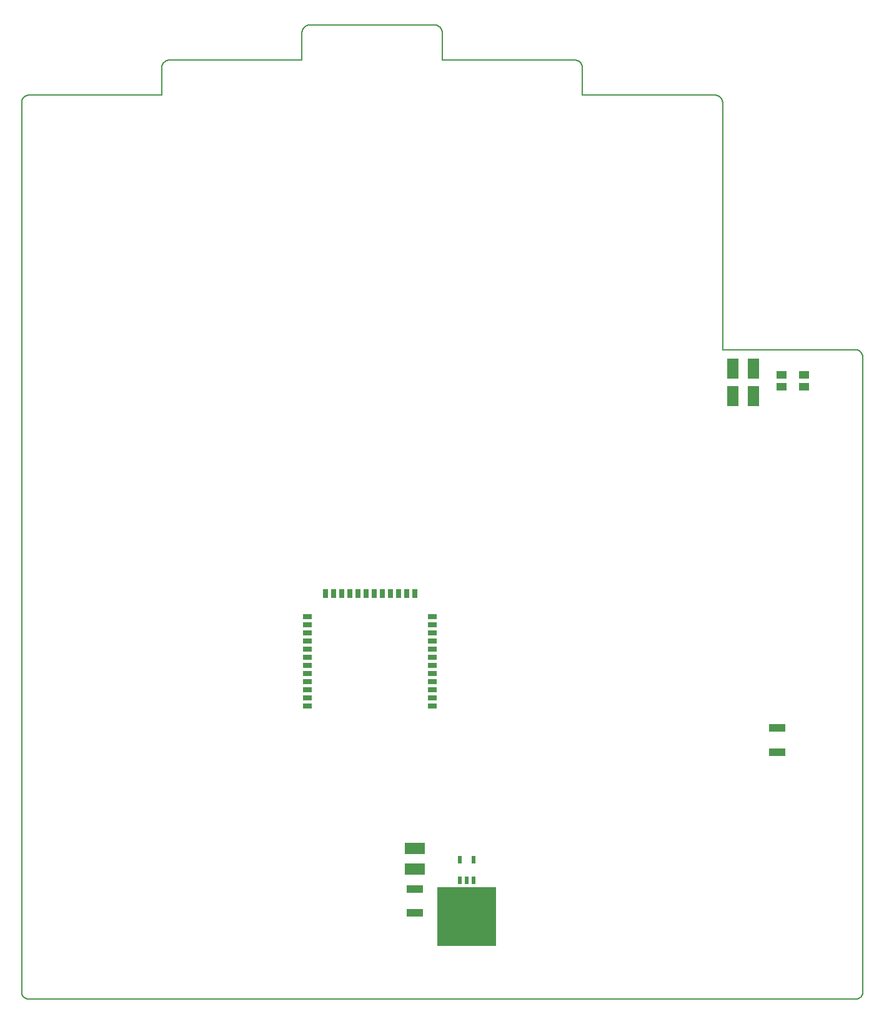
<source format=gbp>
G75*
%MOIN*%
%OFA0B0*%
%FSLAX25Y25*%
%IPPOS*%
%LPD*%
%AMOC8*
5,1,8,0,0,1.08239X$1,22.5*
%
%ADD10C,0.00591*%
%ADD11R,0.02500X0.05000*%
%ADD12R,0.05000X0.02500*%
%ADD13R,0.05512X0.04331*%
%ADD14R,0.02362X0.04331*%
%ADD15R,0.31496X0.31496*%
%ADD16R,0.10630X0.06299*%
%ADD17R,0.06299X0.10630*%
%ADD18R,0.09055X0.04331*%
D10*
X0089883Y0072166D02*
X0089883Y0546576D01*
X0089885Y0546700D01*
X0089891Y0546823D01*
X0089900Y0546947D01*
X0089914Y0547069D01*
X0089931Y0547192D01*
X0089953Y0547314D01*
X0089978Y0547435D01*
X0090007Y0547555D01*
X0090039Y0547674D01*
X0090076Y0547793D01*
X0090116Y0547910D01*
X0090159Y0548025D01*
X0090207Y0548140D01*
X0090258Y0548252D01*
X0090312Y0548363D01*
X0090370Y0548473D01*
X0090431Y0548580D01*
X0090496Y0548686D01*
X0090564Y0548789D01*
X0090635Y0548890D01*
X0090709Y0548989D01*
X0090786Y0549086D01*
X0090867Y0549180D01*
X0090950Y0549271D01*
X0091036Y0549360D01*
X0091125Y0549446D01*
X0091216Y0549529D01*
X0091310Y0549610D01*
X0091407Y0549687D01*
X0091506Y0549761D01*
X0091607Y0549832D01*
X0091710Y0549900D01*
X0091816Y0549965D01*
X0091923Y0550026D01*
X0092033Y0550084D01*
X0092144Y0550138D01*
X0092256Y0550189D01*
X0092371Y0550237D01*
X0092486Y0550280D01*
X0092603Y0550320D01*
X0092722Y0550357D01*
X0092841Y0550389D01*
X0092961Y0550418D01*
X0093082Y0550443D01*
X0093204Y0550465D01*
X0093327Y0550482D01*
X0093449Y0550496D01*
X0093573Y0550505D01*
X0093696Y0550511D01*
X0093820Y0550513D01*
X0164686Y0550513D01*
X0164686Y0565276D01*
X0164688Y0565400D01*
X0164694Y0565523D01*
X0164703Y0565647D01*
X0164717Y0565769D01*
X0164734Y0565892D01*
X0164756Y0566014D01*
X0164781Y0566135D01*
X0164810Y0566255D01*
X0164842Y0566374D01*
X0164879Y0566493D01*
X0164919Y0566610D01*
X0164962Y0566725D01*
X0165010Y0566840D01*
X0165061Y0566952D01*
X0165115Y0567063D01*
X0165173Y0567173D01*
X0165234Y0567280D01*
X0165299Y0567386D01*
X0165367Y0567489D01*
X0165438Y0567590D01*
X0165512Y0567689D01*
X0165589Y0567786D01*
X0165670Y0567880D01*
X0165753Y0567971D01*
X0165839Y0568060D01*
X0165928Y0568146D01*
X0166019Y0568229D01*
X0166113Y0568310D01*
X0166210Y0568387D01*
X0166309Y0568461D01*
X0166410Y0568532D01*
X0166513Y0568600D01*
X0166619Y0568665D01*
X0166726Y0568726D01*
X0166836Y0568784D01*
X0166947Y0568838D01*
X0167059Y0568889D01*
X0167174Y0568937D01*
X0167289Y0568980D01*
X0167406Y0569020D01*
X0167525Y0569057D01*
X0167644Y0569089D01*
X0167764Y0569118D01*
X0167885Y0569143D01*
X0168007Y0569165D01*
X0168130Y0569182D01*
X0168252Y0569196D01*
X0168376Y0569205D01*
X0168499Y0569211D01*
X0168623Y0569213D01*
X0239489Y0569213D01*
X0239489Y0583977D01*
X0239491Y0584101D01*
X0239497Y0584224D01*
X0239506Y0584348D01*
X0239520Y0584470D01*
X0239537Y0584593D01*
X0239559Y0584715D01*
X0239584Y0584836D01*
X0239613Y0584956D01*
X0239645Y0585075D01*
X0239682Y0585194D01*
X0239722Y0585311D01*
X0239765Y0585426D01*
X0239813Y0585541D01*
X0239864Y0585653D01*
X0239918Y0585764D01*
X0239976Y0585874D01*
X0240037Y0585981D01*
X0240102Y0586087D01*
X0240170Y0586190D01*
X0240241Y0586291D01*
X0240315Y0586390D01*
X0240392Y0586487D01*
X0240473Y0586581D01*
X0240556Y0586672D01*
X0240642Y0586761D01*
X0240731Y0586847D01*
X0240822Y0586930D01*
X0240916Y0587011D01*
X0241013Y0587088D01*
X0241112Y0587162D01*
X0241213Y0587233D01*
X0241316Y0587301D01*
X0241422Y0587366D01*
X0241529Y0587427D01*
X0241639Y0587485D01*
X0241750Y0587539D01*
X0241862Y0587590D01*
X0241977Y0587638D01*
X0242092Y0587681D01*
X0242209Y0587721D01*
X0242328Y0587758D01*
X0242447Y0587790D01*
X0242567Y0587819D01*
X0242688Y0587844D01*
X0242810Y0587866D01*
X0242933Y0587883D01*
X0243055Y0587897D01*
X0243179Y0587906D01*
X0243302Y0587912D01*
X0243426Y0587914D01*
X0310355Y0587914D01*
X0310479Y0587912D01*
X0310602Y0587906D01*
X0310726Y0587897D01*
X0310848Y0587883D01*
X0310971Y0587866D01*
X0311093Y0587844D01*
X0311214Y0587819D01*
X0311334Y0587790D01*
X0311453Y0587758D01*
X0311572Y0587721D01*
X0311689Y0587681D01*
X0311804Y0587638D01*
X0311919Y0587590D01*
X0312031Y0587539D01*
X0312142Y0587485D01*
X0312252Y0587427D01*
X0312359Y0587366D01*
X0312465Y0587301D01*
X0312568Y0587233D01*
X0312669Y0587162D01*
X0312768Y0587088D01*
X0312865Y0587011D01*
X0312959Y0586930D01*
X0313050Y0586847D01*
X0313139Y0586761D01*
X0313225Y0586672D01*
X0313308Y0586581D01*
X0313389Y0586487D01*
X0313466Y0586390D01*
X0313540Y0586291D01*
X0313611Y0586190D01*
X0313679Y0586087D01*
X0313744Y0585981D01*
X0313805Y0585874D01*
X0313863Y0585764D01*
X0313917Y0585653D01*
X0313968Y0585541D01*
X0314016Y0585426D01*
X0314059Y0585311D01*
X0314099Y0585194D01*
X0314136Y0585075D01*
X0314168Y0584956D01*
X0314197Y0584836D01*
X0314222Y0584715D01*
X0314244Y0584593D01*
X0314261Y0584470D01*
X0314275Y0584348D01*
X0314284Y0584224D01*
X0314290Y0584101D01*
X0314292Y0583977D01*
X0314292Y0569213D01*
X0385158Y0569213D01*
X0385282Y0569211D01*
X0385405Y0569205D01*
X0385529Y0569196D01*
X0385651Y0569182D01*
X0385774Y0569165D01*
X0385896Y0569143D01*
X0386017Y0569118D01*
X0386137Y0569089D01*
X0386256Y0569057D01*
X0386375Y0569020D01*
X0386492Y0568980D01*
X0386607Y0568937D01*
X0386722Y0568889D01*
X0386834Y0568838D01*
X0386945Y0568784D01*
X0387055Y0568726D01*
X0387162Y0568665D01*
X0387268Y0568600D01*
X0387371Y0568532D01*
X0387472Y0568461D01*
X0387571Y0568387D01*
X0387668Y0568310D01*
X0387762Y0568229D01*
X0387853Y0568146D01*
X0387942Y0568060D01*
X0388028Y0567971D01*
X0388111Y0567880D01*
X0388192Y0567786D01*
X0388269Y0567689D01*
X0388343Y0567590D01*
X0388414Y0567489D01*
X0388482Y0567386D01*
X0388547Y0567280D01*
X0388608Y0567173D01*
X0388666Y0567063D01*
X0388720Y0566952D01*
X0388771Y0566840D01*
X0388819Y0566725D01*
X0388862Y0566610D01*
X0388902Y0566493D01*
X0388939Y0566374D01*
X0388971Y0566255D01*
X0389000Y0566135D01*
X0389025Y0566014D01*
X0389047Y0565892D01*
X0389064Y0565769D01*
X0389078Y0565647D01*
X0389087Y0565523D01*
X0389093Y0565400D01*
X0389095Y0565276D01*
X0389095Y0550513D01*
X0459961Y0550513D01*
X0460085Y0550511D01*
X0460208Y0550505D01*
X0460332Y0550496D01*
X0460454Y0550482D01*
X0460577Y0550465D01*
X0460699Y0550443D01*
X0460820Y0550418D01*
X0460940Y0550389D01*
X0461059Y0550357D01*
X0461178Y0550320D01*
X0461295Y0550280D01*
X0461410Y0550237D01*
X0461525Y0550189D01*
X0461637Y0550138D01*
X0461748Y0550084D01*
X0461858Y0550026D01*
X0461965Y0549965D01*
X0462071Y0549900D01*
X0462174Y0549832D01*
X0462275Y0549761D01*
X0462374Y0549687D01*
X0462471Y0549610D01*
X0462565Y0549529D01*
X0462656Y0549446D01*
X0462745Y0549360D01*
X0462831Y0549271D01*
X0462914Y0549180D01*
X0462995Y0549086D01*
X0463072Y0548989D01*
X0463146Y0548890D01*
X0463217Y0548789D01*
X0463285Y0548686D01*
X0463350Y0548580D01*
X0463411Y0548473D01*
X0463469Y0548363D01*
X0463523Y0548252D01*
X0463574Y0548140D01*
X0463622Y0548025D01*
X0463665Y0547910D01*
X0463705Y0547793D01*
X0463742Y0547674D01*
X0463774Y0547555D01*
X0463803Y0547435D01*
X0463828Y0547314D01*
X0463850Y0547192D01*
X0463867Y0547069D01*
X0463881Y0546947D01*
X0463890Y0546823D01*
X0463896Y0546700D01*
X0463898Y0546576D01*
X0463898Y0414686D01*
X0534765Y0414686D01*
X0534889Y0414684D01*
X0535012Y0414678D01*
X0535136Y0414669D01*
X0535258Y0414655D01*
X0535381Y0414638D01*
X0535503Y0414616D01*
X0535624Y0414591D01*
X0535744Y0414562D01*
X0535863Y0414530D01*
X0535982Y0414493D01*
X0536099Y0414453D01*
X0536214Y0414410D01*
X0536329Y0414362D01*
X0536441Y0414311D01*
X0536552Y0414257D01*
X0536662Y0414199D01*
X0536769Y0414138D01*
X0536875Y0414073D01*
X0536978Y0414005D01*
X0537079Y0413934D01*
X0537178Y0413860D01*
X0537275Y0413783D01*
X0537369Y0413702D01*
X0537460Y0413619D01*
X0537549Y0413533D01*
X0537635Y0413444D01*
X0537718Y0413353D01*
X0537799Y0413259D01*
X0537876Y0413162D01*
X0537950Y0413063D01*
X0538021Y0412962D01*
X0538089Y0412859D01*
X0538154Y0412753D01*
X0538215Y0412646D01*
X0538273Y0412536D01*
X0538327Y0412425D01*
X0538378Y0412313D01*
X0538426Y0412198D01*
X0538469Y0412083D01*
X0538509Y0411966D01*
X0538546Y0411847D01*
X0538578Y0411728D01*
X0538607Y0411608D01*
X0538632Y0411487D01*
X0538654Y0411365D01*
X0538671Y0411242D01*
X0538685Y0411120D01*
X0538694Y0410996D01*
X0538700Y0410873D01*
X0538702Y0410749D01*
X0538702Y0072166D01*
X0538700Y0072042D01*
X0538694Y0071919D01*
X0538685Y0071795D01*
X0538671Y0071673D01*
X0538654Y0071550D01*
X0538632Y0071428D01*
X0538607Y0071307D01*
X0538578Y0071187D01*
X0538546Y0071068D01*
X0538509Y0070949D01*
X0538469Y0070832D01*
X0538426Y0070717D01*
X0538378Y0070602D01*
X0538327Y0070490D01*
X0538273Y0070379D01*
X0538215Y0070269D01*
X0538154Y0070162D01*
X0538089Y0070056D01*
X0538021Y0069953D01*
X0537950Y0069852D01*
X0537876Y0069753D01*
X0537799Y0069656D01*
X0537718Y0069562D01*
X0537635Y0069471D01*
X0537549Y0069382D01*
X0537460Y0069296D01*
X0537369Y0069213D01*
X0537275Y0069132D01*
X0537178Y0069055D01*
X0537079Y0068981D01*
X0536978Y0068910D01*
X0536875Y0068842D01*
X0536769Y0068777D01*
X0536662Y0068716D01*
X0536552Y0068658D01*
X0536441Y0068604D01*
X0536329Y0068553D01*
X0536214Y0068505D01*
X0536099Y0068462D01*
X0535982Y0068422D01*
X0535863Y0068385D01*
X0535744Y0068353D01*
X0535624Y0068324D01*
X0535503Y0068299D01*
X0535381Y0068277D01*
X0535258Y0068260D01*
X0535136Y0068246D01*
X0535012Y0068237D01*
X0534889Y0068231D01*
X0534765Y0068229D01*
X0093820Y0068229D01*
X0093696Y0068231D01*
X0093573Y0068237D01*
X0093449Y0068246D01*
X0093327Y0068260D01*
X0093204Y0068277D01*
X0093082Y0068299D01*
X0092961Y0068324D01*
X0092841Y0068353D01*
X0092722Y0068385D01*
X0092603Y0068422D01*
X0092486Y0068462D01*
X0092371Y0068505D01*
X0092256Y0068553D01*
X0092144Y0068604D01*
X0092033Y0068658D01*
X0091923Y0068716D01*
X0091816Y0068777D01*
X0091710Y0068842D01*
X0091607Y0068910D01*
X0091506Y0068981D01*
X0091407Y0069055D01*
X0091310Y0069132D01*
X0091216Y0069213D01*
X0091125Y0069296D01*
X0091036Y0069382D01*
X0090950Y0069471D01*
X0090867Y0069562D01*
X0090786Y0069656D01*
X0090709Y0069753D01*
X0090635Y0069852D01*
X0090564Y0069953D01*
X0090496Y0070056D01*
X0090431Y0070162D01*
X0090370Y0070269D01*
X0090312Y0070379D01*
X0090258Y0070490D01*
X0090207Y0070602D01*
X0090159Y0070717D01*
X0090116Y0070832D01*
X0090076Y0070949D01*
X0090039Y0071068D01*
X0090007Y0071187D01*
X0089978Y0071307D01*
X0089953Y0071428D01*
X0089931Y0071550D01*
X0089914Y0071673D01*
X0089900Y0071795D01*
X0089891Y0071919D01*
X0089885Y0072042D01*
X0089883Y0072166D01*
D11*
X0251891Y0284568D03*
X0256221Y0284568D03*
X0260552Y0284568D03*
X0264883Y0284568D03*
X0269213Y0284568D03*
X0273544Y0284568D03*
X0277875Y0284568D03*
X0282206Y0284568D03*
X0286536Y0284568D03*
X0290867Y0284568D03*
X0295198Y0284568D03*
X0299528Y0284568D03*
D12*
X0309174Y0272166D03*
X0309174Y0267835D03*
X0309174Y0263505D03*
X0309174Y0259174D03*
X0309174Y0254843D03*
X0309174Y0250513D03*
X0309174Y0246182D03*
X0309174Y0241851D03*
X0309174Y0237520D03*
X0309174Y0233190D03*
X0309174Y0228859D03*
X0309174Y0224528D03*
X0242245Y0224528D03*
X0242245Y0228859D03*
X0242245Y0233190D03*
X0242245Y0237520D03*
X0242245Y0241851D03*
X0242245Y0246182D03*
X0242245Y0250513D03*
X0242245Y0254843D03*
X0242245Y0259174D03*
X0242245Y0263505D03*
X0242245Y0267835D03*
X0242245Y0272166D03*
D13*
X0495394Y0395001D03*
X0495394Y0401300D03*
X0507206Y0401300D03*
X0507206Y0395001D03*
D14*
X0331024Y0142639D03*
X0323544Y0142639D03*
X0323544Y0131615D03*
X0327284Y0131615D03*
X0331024Y0131615D03*
D15*
X0327284Y0112127D03*
D16*
X0299725Y0137520D03*
X0299725Y0148544D03*
D17*
X0469410Y0389883D03*
X0480434Y0389883D03*
X0480434Y0404450D03*
X0469410Y0404450D03*
D18*
X0493032Y0212914D03*
X0493032Y0199922D03*
X0299725Y0127087D03*
X0299725Y0114095D03*
M02*

</source>
